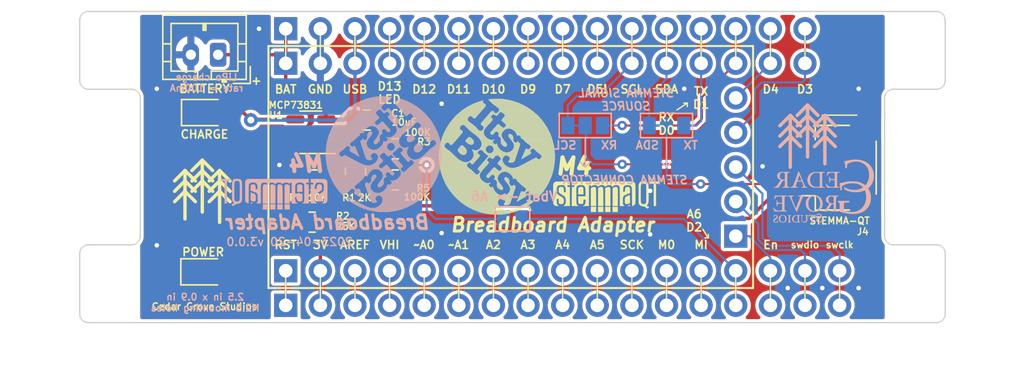
<source format=kicad_pcb>
(kicad_pcb (version 20211014) (generator pcbnew)
  (title_block (title "ItsyBitsy M4 Breadboard Adapter") (date "2023-04-20") (rev "3.0.0") (company "Cedar Grove Studios"))
  (layers (0 "F.Cu" signal) (31 "B.Cu" signal) (34 "B.Paste" user) (35 "F.Paste" user) (36 "B.SilkS" user "B.Silkscreen") (37 "F.SilkS" user "F.Silkscreen") (38 "B.Mask" user) (39 "F.Mask" user) (44 "Edge.Cuts" user))
  (net 0 "")
  (net 1 "GND")
  (net 2 "/SCL")
  (net 3 "/SDA")
  (net 4 "+3V3")
  (net 5 "/Aref")
  (net 6 "/Vhi")
  (net 7 "/~A0")
  (net 8 "/~A1")
  (net 9 "/A2")
  (net 10 "/A3")
  (net 11 "/A4")
  (net 12 "/A5")
  (net 13 "/SCK")
  (net 14 "/MO")
  (net 15 "/MI")
  (net 16 "/D2-A6")
  (net 17 "/En")
  (net 18 "/swdio")
  (net 19 "/swclk")
  (net 20 "/D3")
  (net 21 "/D4")
  (net 22 "/D0-RX")
  (net 23 "/D1-TX")
  (net 24 "/D5!")
  (net 25 "/D7")
  (net 26 "/D9")
  (net 27 "/D10")
  (net 28 "/D11")
  (net 29 "/D12")
  (net 30 "/D13-LED")
  (net 31 "/BAT")
  (net 32 "Net-(D1-Pad1)")
  (net 33 "Net-(D2-Pad2)")
  (net 34 "/~{RST}")
  (net 35 "Net-(JMP3-Pad2)")
  (net 36 "Net-(R1-Pad2)")
  (net 37 "Net-(R4-Pad1)")
  (net 38 "/USB")
  (footprint "Adafruit:Pin_Header_Straight_1x17_Pitch2.54mm_no_silk" (layer "F.Cu") (at 111.76 115.57 90)
    (fp_text reference "J1")
    (fp_text value "EDGE PINS")
    (pad "1" thru_hole rect locked (at 0 0 90) (size 1.7 1.7) (drill 1) (layers *.Cu *.Mask) (net 34 "/~{RST}"))
    (pad "2" thru_hole oval locked (at 0 2.54 90) (size 1.7 1.7) (drill 1) (layers *.Cu *.Mask) (net 4 "+3V3"))
    (pad "3" thru_hole oval locked (at 0 5.08 90) (size 1.7 1.7) (drill 1) (layers *.Cu *.Mask) (net 5 "/Aref"))
    (pad "4" thru_hole oval locked (at 0 7.62 90) (size 1.7 1.7) (drill 1) (layers *.Cu *.Mask) (net 6 "/Vhi"))
    (pad "5" thru_hole oval locked (at 0 10.16 90) (size 1.7 1.7) (drill 1) (layers *.Cu *.Mask) (net 7 "/~A0"))
    (pad "6" thru_hole oval locked (at 0 12.7 90) (size 1.7 1.7) (drill 1) (layers *.Cu *.Mask) (net 8 "/~A1"))
    (pad "7" thru_hole oval locked (at 0 15.24 90) (size 1.7 1.7) (drill 1) (layers *.Cu *.Mask) (net 9 "/A2"))
    (pad "8" thru_hole oval locked (at 0 17.78 90) (size 1.7 1.7) (drill 1) (layers *.Cu *.Mask) (net 10 "/A3"))
    (pad "9" thru_hole oval locked (at 0 20.32 90) (size 1.7 1.7) (drill 1) (layers *.Cu *.Mask) (net 11 "/A4"))
    (pad "10" thru_hole oval locked (at 0 22.86 90) (size 1.7 1.7) (drill 1) (layers *.Cu *.Mask) (net 12 "/A5"))
    (pad "11" thru_hole oval locked (at 0 25.4 90) (size 1.7 1.7) (drill 1) (layers *.Cu *.Mask) (net 13 "/SCK"))
    (pad "12" thru_hole oval locked (at 0 27.94 90) (size 1.7 1.7) (drill 1) (layers *.Cu *.Mask) (net 14 "/MO"))
    (pad "13" thru_hole oval locked (at 0 30.48 90) (size 1.7 1.7) (drill 1) (layers *.Cu *.Mask) (net 15 "/MI"))
    (pad "14" thru_hole oval locked (at 0 33.02 90) (size 1.7 1.7) (drill 1) (layers *.Cu *.Mask) (net 16 "/D2-A6"))
    (pad "15" thru_hole oval locked (at 0 35.56 90) (size 1.7 1.7) (drill 1) (layers *.Cu *.Mask) (net 17 "/En"))
    (pad "16" thru_hole oval locked (at 0 38.1 90) (size 1.7 1.7) (drill 1) (layers *.Cu *.Mask) (net 18 "/swdio"))
    (pad "17" thru_hole oval locked (at 0 40.64 90) (size 1.7 1.7) (drill 1) (layers *.Cu *.Mask) (net 19 "/swclk"))
  )
  (footprint "Adafruit:Pin_Header_Straight_1x16_Pitch2.54mm_no_silk" (layer "F.Cu") (at 111.76 100.33 90)
    (fp_text reference "J2")
    (fp_text value "EDGE PINS")
    (pad "1" thru_hole rect locked (at 0 0 90) (size 1.7 1.7) (drill 1) (layers *.Cu *.Mask) (net 31 "/BAT"))
    (pad "2" thru_hole oval locked (at 0 2.54 90) (size 1.7 1.7) (drill 1) (layers *.Cu *.Mask) (net 1 "GND"))
    (pad "3" thru_hole oval locked (at 0 5.08 90) (size 1.7 1.7) (drill 1) (layers *.Cu *.Mask) (net 38 "/USB"))
    (pad "4" thru_hole oval locked (at 0 7.62 90) (size 1.7 1.7) (drill 1) (layers *.Cu *.Mask) (net 30 "/D13-LED"))
    (pad "5" thru_hole oval locked (at 0 10.16 90) (size 1.7 1.7) (drill 1) (layers *.Cu *.Mask) (net 29 "/D12"))
    (pad "6" thru_hole oval locked (at 0 12.7 90) (size 1.7 1.7) (drill 1) (layers *.Cu *.Mask) (net 28 "/D11"))
    (pad "7" thru_hole oval locked (at 0 15.24 90) (size 1.7 1.7) (drill 1) (layers *.Cu *.Mask) (net 27 "/D10"))
    (pad "8" thru_hole oval locked (at 0 17.78 90) (size 1.7 1.7) (drill 1) (layers *.Cu *.Mask) (net 26 "/D9"))
    (pad "9" thru_hole oval locked (at 0 20.32 90) (size 1.7 1.7) (drill 1) (layers *.Cu *.Mask) (net 25 "/D7"))
    (pad "10" thru_hole oval locked (at 0 22.86 90) (size 1.7 1.7) (drill 1) (layers *.Cu *.Mask) (net 24 "/D5!"))
    (pad "11" thru_hole oval locked (at 0 25.4 90) (size 1.7 1.7) (drill 1) (layers *.Cu *.Mask) (net 2 "/SCL"))
    (pad "12" thru_hole oval locked (at 0 27.94 90) (size 1.7 1.7) (drill 1) (layers *.Cu *.Mask) (net 3 "/SDA"))
    (pad "13" thru_hole oval locked (at 0 30.48 90) (size 1.7 1.7) (drill 1) (layers *.Cu *.Mask) (net 23 "/D1-TX"))
    (pad "14" thru_hole oval locked (at 0 33.02 90) (size 1.7 1.7) (drill 1) (layers *.Cu *.Mask) (net 22 "/D0-RX"))
    (pad "15" thru_hole oval locked (at 0 35.56 90) (size 1.7 1.7) (drill 1) (layers *.Cu *.Mask) (net 21 "/D4"))
    (pad "16" thru_hole oval locked (at 0 38.1 90) (size 1.7 1.7) (drill 1) (layers *.Cu *.Mask) (net 20 "/D3"))
  )
  (footprint "Adafruit:Pin_Header_Straight_1x05_Pitch2.54mm_no_silk" (layer "F.Cu") (at 144.78 113.03 180)
    (fp_text reference "J6")
    (fp_text value "XTRA")
    (pad "1" thru_hole rect locked (at 0 0 180) (size 1.7 1.7) (drill 1) (layers *.Cu *.Mask) (net 17 "/En"))
    (pad "2" thru_hole oval locked (at 0 2.54 180) (size 1.7 1.7) (drill 1) (layers *.Cu *.Mask) (net 18 "/swdio"))
    (pad "3" thru_hole oval locked (at 0 5.08 180) (size 1.7 1.7) (drill 1) (layers *.Cu *.Mask) (net 19 "/swclk"))
    (pad "4" thru_hole oval locked (at 0 7.62 180) (size 1.7 1.7) (drill 1) (layers *.Cu *.Mask) (net 20 "/D3"))
    (pad "5" thru_hole oval locked (at 0 10.16 180) (size 1.7 1.7) (drill 1) (layers *.Cu *.Mask) (net 21 "/D4"))
  )
  (footprint "Connector_JST:JST_PH_B2B-PH-K_1x02_P2.00mm_Vertical" (layer "F.Cu") (at 106.8 99.7 180)
    (fp_text reference "J5" hide)
    (fp_text value "BATTERY" (at 1 -2.5 180) (layer "F.SilkS") (effects (font (size 0.6 0.6) (thickness 0.12))))
    (pad "1" thru_hole roundrect (at 0 0 180) (size 1.2 1.75) (drill 0.75) (layers *.Cu *.Mask) (roundrect_rratio 0.2083333333) (net 31 "/BAT"))
    (pad "2" thru_hole oval (at 2 0 180) (size 1.2 1.75) (drill 0.75) (layers *.Cu *.Mask) (net 1 "GND"))
  )
  (footprint "Adafruit:Pin_Header_Straight_1x17_Pitch2.54mm_no_silk" (layer "F.Cu") (at 111.76 118.11 90)
    (fp_text reference "J7")
    (fp_text value "BODGE PINS")
    (pad "1" thru_hole rect locked (at 0 0 90) (size 1.7 1.7) (drill 1) (layers *.Cu *.Mask) (net 34 "/~{RST}"))
    (pad "2" thru_hole oval locked (at 0 2.54 90) (size 1.7 1.7) (drill 1) (layers *.Cu *.Mask) (net 4 "+3V3"))
    (pad "3" thru_hole oval locked (at 0 5.08 90) (size 1.7 1.7) (drill 1) (layers *.Cu *.Mask) (net 5 "/Aref"))
    (pad "4" thru_hole oval locked (at 0 7.62 90) (size 1.7 1.7) (drill 1) (layers *.Cu *.Mask) (net 6 "/Vhi"))
    (pad "5" thru_hole oval locked (at 0 10.16 90) (size 1.7 1.7) (drill 1) (layers *.Cu *.Mask) (net 7 "/~A0"))
    (pad "6" thru_hole oval locked (at 0 12.7 90) (size 1.7 1.7) (drill 1) (layers *.Cu *.Mask) (net 8 "/~A1"))
    (pad "7" thru_hole oval locked (at 0 15.24 90) (size 1.7 1.7) (drill 1) (layers *.Cu *.Mask) (net 9 "/A2"))
    (pad "8" thru_hole oval locked (at 0 17.78 90) (size 1.7 1.7) (drill 1) (layers *.Cu *.Mask) (net 10 "/A3"))
    (pad "9" thru_hole oval locked (at 0 20.32 90) (size 1.7 1.7) (drill 1) (layers *.Cu *.Mask) (net 11 "/A4"))
    (pad "10" thru_hole oval locked (at 0 22.86 90) (size 1.7 1.7) (drill 1) (layers *.Cu *.Mask) (net 12 "/A5"))
    (pad "11" thru_hole oval locked (at 0 25.4 90) (size 1.7 1.7) (drill 1) (layers *.Cu *.Mask) (net 13 "/SCK"))
    (pad "12" thru_hole oval locked (at 0 27.94 90) (size 1.7 1.7) (drill 1) (layers *.Cu *.Mask) (net 14 "/MO"))
    (pad "13" thru_hole oval locked (at 0 30.48 90) (size 1.7 1.7) (drill 1) (layers *.Cu *.Mask) (net 15 "/MI"))
    (pad "14" thru_hole oval locked (at 0 33.02 90) (size 1.7 1.7) (drill 1) (layers *.Cu *.Mask) (net 16 "/D2-A6"))
    (pad "15" thru_hole oval locked (at 0 35.56 90) (size 1.7 1.7) (drill 1) (layers *.Cu *.Mask) (net 17 "/En"))
    (pad "16" thru_hole oval locked (at 0 38.1 90) (size 1.7 1.7) (drill 1) (layers *.Cu *.Mask) (net 18 "/swdio"))
    (pad "17" thru_hole oval locked (at 0 40.64 90) (size 1.7 1.7) (drill 1) (layers *.Cu *.Mask) (net 19 "/swclk"))
  )
  (footprint "Adafruit:Pin_Header_Straight_1x16_Pitch2.54mm_no_silk" (layer "F.Cu") (at 111.76 97.79 90)
    (fp_text reference "J8")
    (fp_text value "EDGE PINS")
    (pad "1" thru_hole rect locked (at 0 0 90) (size 1.7 1.7) (drill 1) (layers *.Cu *.Mask) (net 31 "/BAT"))
    (pad "2" thru_hole oval locked (at 0 2.54 90) (size 1.7 1.7) (drill 1) (layers *.Cu *.Mask) (net 1 "GND"))
    (pad "3" thru_hole oval locked (at 0 5.08 90) (size 1.7 1.7) (drill 1) (layers *.Cu *.Mask) (net 38 "/USB"))
    (pad "4" thru_hole oval locked (at 0 7.62 90) (size 1.7 1.7) (drill 1) (layers *.Cu *.Mask) (net 30 "/D13-LED"))
    (pad "5" thru_hole oval locked (at 0 10.16 90) (size 1.7 1.7) (drill 1) (layers *.Cu *.Mask) (net 29 "/D12"))
    (pad "6" thru_hole oval locked (at 0 12.7 90) (size 1.7 1.7) (drill 1) (layers *.Cu *.Mask) (net 28 "/D11"))
    (pad "7" thru_hole oval locked (at 0 15.24 90) (size 1.7 1.7) (drill 1) (layers *.Cu *.Mask) (net 27 "/D10"))
    (pad "8" thru_hole oval locked (at 0 17.78 90) (size 1.7 1.7) (drill 1) (layers *.Cu *.Mask) (net 26 "/D9"))
    (pad "9" thru_hole oval locked (at 0 20.32 90) (size 1.7 1.7) (drill 1) (layers *.Cu *.Mask) (net 25 "/D7"))
    (pad "10" thru_hole oval locked (at 0 22.86 90) (size 1.7 1.7) (drill 1) (layers *.Cu *.Mask) (net 24 "/D5!"))
    (pad "11" thru_hole oval locked (at 0 25.4 90) (size 1.7 1.7) (drill 1) (layers *.Cu *.Mask) (net 2 "/SCL"))
    (pad "12" thru_hole oval locked (at 0 27.94 90) (size 1.7 1.7) (drill 1) (layers *.Cu *.Mask) (net 3 "/SDA"))
    (pad "13" thru_hole oval locked (at 0 30.48 90) (size 1.7 1.7) (drill 1) (layers *.Cu *.Mask) (net 23 "/D1-TX"))
    (pad "14" thru_hole oval locked (at 0 33.02 90) (size 1.7 1.7) (drill 1) (layers *.Cu *.Mask) (net 22 "/D0-RX"))
    (pad "15" thru_hole oval locked (at 0 35.56 90) (size 1.7 1.7) (drill 1) (layers *.Cu *.Mask) (net 21 "/D4"))
    (pad "16" thru_hole oval locked (at 0 38.1 90) (size 1.7 1.7) (drill 1) (layers *.Cu *.Mask) (net 20 "/D3"))
  )
  (footprint "Capacitor_SMD:C_0805_2012Metric" (layer "F.Cu") (at 117.7 104.5)
    (fp_text reference "C1" (at 2.3 -0.5) (layer "F.SilkS") (effects (font (size 0.5 0.5) (thickness 0.1))))
    (fp_text value "10uF" (at 2.75 0.15) (layer "F.SilkS") (effects (font (size 0.5 0.5) (thickness 0.1))))
    (pad "1" smd roundrect (at -0.95 0) (size 1 1.45) (layers "F.Cu" "F.Paste" "F.Mask") (net 31 "/BAT"))
    (pad "2" smd roundrect (at 0.95 0) (size 1 1.45) (layers "F.Cu" "F.Paste" "F.Mask") (net 1 "GND"))
  )
  (footprint "LED_SMD:LED_0805_2012Metric" (layer "F.Cu") (at 105.8 103.95)
    (fp_text reference "D1" hide)
    (fp_text value "CHARGE" (at 0 1.6) (layer "F.SilkS") (effects (font (size 0.6 0.6) (thickness 0.12))))
    (pad "1" smd roundrect (at -0.9375 0) (size 0.975 1.4) (layers "F.Cu" "F.Paste" "F.Mask") (net 32 "Net-(D1-Pad1)"))
    (pad "2" smd roundrect (at 0.9375 0) (size 0.975 1.4) (layers "F.Cu" "F.Paste" "F.Mask") (net 38 "/USB"))
  )
  (footprint "LED_SMD:LED_0805_2012Metric" (layer "F.Cu") (at 105.75 115.65)
    (fp_text reference "D2" hide)
    (fp_text value "POWER" (at -0.05 -1.45) (layer "F.SilkS") (effects (font (size 0.6 0.6) (thickness 0.12))))
    (pad "1" smd roundrect (at -0.9375 0) (size 0.975 1.4) (layers "F.Cu" "F.Paste" "F.Mask") (net 1 "GND"))
    (pad "2" smd roundrect (at 0.9375 0) (size 0.975 1.4) (layers "F.Cu" "F.Paste" "F.Mask") (net 33 "Net-(D2-Pad2)"))
  )
  (footprint "Resistor_SMD:R_0805_2012Metric" (layer "F.Cu") (at 116.879 108.265 90)
    (fp_text reference "R1" (at -1.935 -0.479 180) (layer "F.SilkS") (effects (font (size 0.5 0.5) (thickness 0.1))))
    (fp_text value "2K" (at -1.935 0.671 180) (layer "F.SilkS") (effects (font (size 0.5 0.5) (thickness 0.1))))
    (pad "1" smd roundrect (at -0.9125 0 90) (size 1.025 1.4) (layers "F.Cu" "F.Paste" "F.Mask") (roundrect_rratio 0.243902439) (net 32 "Net-(D1-Pad1)"))
    (pad "2" smd roundrect (at 0.9125 0 90) (size 1.025 1.4) (layers "F.Cu" "F.Paste" "F.Mask") (roundrect_rratio 0.243902439) (net 36 "Net-(R1-Pad2)"))
  )
  (footprint "Resistor_SMD:R_0805_2012Metric" (layer "F.Cu") (at 113.7 112 180)
    (fp_text reference "R2" (at -2.25 0.45 180) (layer "F.SilkS") (effects (font (size 0.5 0.5) (thickness 0.1))))
    (fp_text value "25K" (at -2.45 -0.3 180) (layer "F.SilkS") (effects (font (size 0.5 0.5) (thickness 0.1))))
    (pad "1" smd roundrect (at -0.9125 0 180) (size 1.025 1.4) (layers "F.Cu" "F.Paste" "F.Mask") (roundrect_rratio 0.243902439) (net 4 "+3V3"))
    (pad "2" smd roundrect (at 0.9125 0 180) (size 1.025 1.4) (layers "F.Cu" "F.Paste" "F.Mask") (roundrect_rratio 0.243902439) (net 33 "Net-(D2-Pad2)"))
  )
  (footprint "Resistor_SMD:R_0805_2012Metric" (layer "F.Cu") (at 119.8 106.614)
    (fp_text reference "R3" (at 2.1 -0.514) (layer "F.SilkS") (effects (font (size 0.5 0.5) (thickness 0.1))))
    (fp_text value "100K" (at 1.65 -1.214) (layer "F.SilkS") (effects (font (size 0.5 0.5) (thickness 0.1))))
    (pad "1" smd roundrect (at -0.9125 0) (size 1.025 1.4) (layers "F.Cu" "F.Paste" "F.Mask") (roundrect_rratio 0.243902439) (net 31 "/BAT"))
    (pad "2" smd roundrect (at 0.9125 0) (size 1.025 1.4) (layers "F.Cu" "F.Paste" "F.Mask") (roundrect_rratio 0.243902439) (net 35 "Net-(JMP3-Pad2)"))
  )
  (footprint "Resistor_SMD:R_0805_2012Metric" (layer "F.Cu") (at 113.831 108.9)
    (fp_text reference "R4" (at -1.331 1.3) (layer "F.SilkS") (effects (font (size 0.5 0.5) (thickness 0.1))))
    (fp_text value "10K" (at 0.269 1.3) (layer "F.SilkS") (effects (font (size 0.5 0.5) (thickness 0.1))))
    (pad "1" smd roundrect (at -0.9125 0) (size 1.025 1.4) (layers "F.Cu" "F.Paste" "F.Mask") (roundrect_rratio 0.243902439) (net 37 "Net-(R4-Pad1)"))
    (pad "2" smd roundrect (at 0.9125 0) (size 1.025 1.4) (layers "F.Cu" "F.Paste" "F.Mask") (roundrect_rratio 0.243902439) (net 1 "GND"))
  )
  (footprint "Resistor_SMD:R_0805_2012Metric" (layer "F.Cu") (at 119.8 108.9 180)
    (fp_text reference "R5" (at -2.05 -0.6 180) (layer "F.SilkS") (effects (font (size 0.5 0.5) (thickness 0.1))))
    (fp_text value "100K" (at -1.6 -1.25 180) (layer "F.SilkS") (effects (font (size 0.5 0.5) (thickness 0.1))))
    (pad "1" smd roundrect (at -0.9125 0 180) (size 1.025 1.4) (layers "F.Cu" "F.Paste" "F.Mask") (roundrect_rratio 0.243902439) (net 35 "Net-(JMP3-Pad2)"))
    (pad "2" smd roundrect (at 0.9125 0 180) (size 1.025 1.4) (layers "F.Cu" "F.Paste" "F.Mask") (roundrect_rratio 0.243902439) (net 1 "GND"))
  )
  (footprint "Package_TO_SOT_SMD:SOT-23-5" (layer "F.Cu") (at 113.6 105.4 180)
    (fp_text reference "U1" (at 2.55 1.25 180) (layer "F.SilkS") (effects (font (size 0.5 0.5) (thickness 0.1))))
    (fp_text value "MCP73831" (at 1.1 2 180) (layer "F.SilkS") (effects (font (size 0.5 0.5) (thickness 0.1))))
    (pad "1" smd roundrect (at -1.1375 -0.95 180) (size 1.325 0.6) (layers "F.Cu" "F.Paste" "F.Mask") (net 36 "Net-(R1-Pad2)"))
    (pad "2" smd roundrect (at -1.1375 0 180) (size 1.325 0.6) (layers "F.Cu" "F.Paste" "F.Mask") (net 1 "GND"))
    (pad "3" smd roundrect (at -1.1375 0.95 180) (size 1.325 0.6) (layers "F.Cu" "F.Paste" "F.Mask") (net 31 "/BAT"))
    (pad "4" smd roundrect (at 1.1375 0.95 180) (size 1.325 0.6) (layers "F.Cu" "F.Paste" "F.Mask") (net 38 "/USB"))
    (pad "5" smd roundrect (at 1.1375 -0.95 180) (size 1.325 0.6) (layers "F.Cu" "F.Paste" "F.Mask") (net 37 "Net-(R4-Pad1)"))
  )
  (footprint "Adafruit_MPU_boards:ItsyBitsy_logo" (layer "F.Cu") (at 127.5 107.4)
    (fp_text reference "logo" hide)
    (fp_text value "" hide)
  )
  (footprint "MountingHole:MountingHole_2.5mm" (layer "F.Cu") (at 157.9 99.4)
    (fp_text reference "REF**" hide)
    (fp_text value "MountingHole_2.5mm")
    (pad "" np_thru_hole circle locked (at 0 0) (size 2.5 2.5) (drill 2.5) (layers *.Cu *.Mask))
    (pad "" np_thru_hole circle locked (at 0 0) (size 2.5 2.5) (drill 2.5) (layers *.Cu *.Mask))
  )
  (footprint "MountingHole:MountingHole_2.5mm" (layer "F.Cu") (at 98.85 99.4)
    (fp_text reference "REF**" hide)
    (fp_text value "MountingHole_2.5mm")
    (pad "" np_thru_hole circle locked (at 0 0) (size 2.5 2.5) (drill 2.5) (layers *.Cu *.Mask))
    (pad "" np_thru_hole circle locked (at 0 0) (size 2.5 2.5) (drill 2.5) (layers *.Cu *.Mask))
  )
  (footprint "MountingHole:MountingHole_2.5mm" (layer "F.Cu") (at 98.85 116.55)
    (fp_text reference "REF**" hide)
    (fp_text value "MountingHole_2.5mm")
    (pad "" np_thru_hole circle locked (at 0 0) (size 2.5 2.5) (drill 2.5) (layers *.Cu *.Mask))
    (pad "" np_thru_hole circle locked (at 0 0) (size 2.5 2.5) (drill 2.5) (layers *.Cu *.Mask))
  )
  (footprint "MountingHole:MountingHole_2.5mm" (layer "F.Cu") (at 157.9 116.6)
    (fp_text reference "REF**" hide)
    (fp_text value "MountingHole_2.5mm")
    (pad "" np_thru_hole circle locked (at 0 0) (size 2.5 2.5) (drill 2.5) (layers *.Cu *.Mask))
    (pad "" np_thru_hole circle locked (at 0 0) (size 2.5 2.5) (drill 2.5) (layers *.Cu *.Mask))
  )
  (footprint "CedarGrove_custom:STEMMA-QT_LOGO_8x2_5mm" (layer "F.Cu") (at 135.3 110.15)
    (fp_text reference "G***" hide)
    (fp_text value "LOGO" hide)
  )
  (footprint "Connector_JST:JST_SH_SM04B-SRSS-TB_1x04-1MP_P1.00mm_Horizontal" (layer "F.Cu") (at 152.4 108 90)
    (fp_text reference "J4" (at -4.7 1.7 180) (layer "F.SilkS") (effects (font (size 0.5 0.5) (thickness 0.1))))
    (fp_text value "STEMMA-QT" (at -3.9 0 180) (layer "F.SilkS") (effects (font (size 0.5 0.5) (thickness 0.1))))
    (pad "1" smd roundrect (at -1.5 -2 90) (size 0.6 1.55) (layers "F.Cu" "F.Paste" "F.Mask") (net 1 "GND"))
    (pad "2" smd roundrect (at -0.5 -2 90) (size 0.6 1.55) (layers "F.Cu" "F.Paste" "F.Mask") (net 4 "+3V3"))
    (pad "3" smd roundrect (at 0.5 -2 90) (size 0.6 1.55) (layers "F.Cu" "F.Paste" "F.Mask") (net 3 "/SDA"))
    (pad "4" smd roundrect (at 1.5 -2 90) (size 0.6 1.55) (layers "F.Cu" "F.Paste" "F.Mask") (net 2 "/SCL"))
    (pad "MP" smd roundrect (at 2.8 1.875 90) (size 1.2 1.8) (layers "F.Cu" "F.Paste" "F.Mask") (roundrect_rratio 0.2083333333))
    (pad "MP" smd roundrect (at -2.8 1.875 90) (size 1.2 1.8) (layers "F.Cu" "F.Paste" "F.Mask") (roundrect_rratio 0.2083333333))
  )
  (footprint "Connectors:GS3" (layer "B.Cu") (at 133.731 104.902 -90)
    (fp_text reference "JMP1")
    (fp_text value "SCL_RX")
    (pad "1" smd rect locked (at 0 1.27 270) (size 1.27 0.97) (layers "B.Cu" "B.Paste" "B.Mask") (net 2 "/SCL"))
    (pad "2" smd rect locked (at 0 0 270) (size 1.27 0.97) (layers "B.Cu" "B.Paste" "B.Mask") (net 2 "/SCL"))
    (pad "3" smd rect locked (at 0 -1.27 270) (size 1.27 0.97) (layers "B.Cu" "B.Paste" "B.Mask") (net 22 "/D0-RX"))
  )
  (footprint "Connectors:GS2" (layer "B.Cu") (at 128.397 111.76 90)
    (fp_text reference "JMP3")
    (fp_text value "Vbat -> A6" (at 1.651 0.127) (layer "B.SilkS") (effects (font (size 0.7 0.7) (thickness 0.14)) (justify mirror)))
    (pad "1" smd rect locked (at 0 0.64 90) (size 1.27 0.97) (layers "B.Cu" "B.Paste" "B.Mask") (net 16 "/D2-A6"))
    (pad "2" smd rect locked (at 0 -0.64 90) (size 1.27 0.97) (layers "B.Cu" "B.Paste" "B.Mask") (net 35 "Net-(JMP3-Pad2)"))
  )
  (footprint "Connectors:GS3" (layer "B.Cu") (at 139.7 104.902 -90)
    (fp_text reference "JMP2")
    (fp_text value "SDA_TX")
    (pad "1" smd rect locked (at 0 1.27 270) (size 1.27 0.97) (layers "B.Cu" "B.Paste" "B.Mask") (net 3 "/SDA"))
    (pad "2" smd rect locked (at 0 0 270) (size 1.27 0.97) (layers "B.Cu" "B.Paste" "B.Mask") (net 3 "/SDA"))
    (pad "3" smd rect locked (at 0 -1.27 270) (size 1.27 0.97) (layers "B.Cu" "B.Paste" "B.Mask") (net 23 "/D1-TX"))
  )
  (footprint "Adafruit_MPU_boards:ItsyBitsy_logo" (layer "B.Cu") (at 118.706591 107.211658 180)
    (fp_text reference "logo" hide)
    (fp_text value "" hide)
  )
  (footprint "CedarGrove_custom:CedarGroveStudios_TEXT_LOGO_8x5_4mm" (layer "B.Cu") (at 151.15 109.7 180)
    (fp_text reference "G***" hide)
    (fp_text value "LOGO" hide)
  )
  (footprint "CedarGrove_custom:STEMMA-QT_LOGO_8x2_5mm" (layer "B.Cu") (at 110.906591 109.961658 180)
    (fp_text reference "G***" hide)
    (fp_text value "LOGO" hide)
  )
  (gr_line (start 148.78 104.157) (end 149.542 104.919) (layer "B.SilkS") (width 0.25))
  (gr_line (start 148.78 105.681) (end 148.018 106.443) (layer "B.SilkS") (width 0.25))
  (gr_line (start 148.78 104.919) (end 148.018 105.681) (layer "B.SilkS") (width 0.25))
  (gr_line (start 148.78 104.157) (end 148.018 104.919) (layer "B.SilkS") (width 0.25))
  (gr_line (start 148.78 107.967) (end 148.78 104.157) (layer "B.SilkS") (width 0.25))
  (gr_line (start 148.78 104.919) (end 149.542 105.681) (layer "B.SilkS") (width 0.25))
  (gr_line (start 148.78 105.681) (end 149.542 106.443) (layer "B.SilkS") (width 0.25))
  (gr_line (start 150.05 103.395) (end 149.288 104.157) (layer "B.SilkS") (width 0.25))
  (gr_line (start 150.05 107.205) (end 150.05 103.395) (layer "B.SilkS") (width 0.25))
  (gr_line (start 150.05 104.919) (end 149.288 105.681) (layer "B.SilkS") (width 0.25))
  (gr_line (start 150.05 104.157) (end 150.812 104.919) (layer "B.SilkS") (width 0.25))
  (gr_line (start 150.05 103.395) (end 150.812 104.157) (layer "B.SilkS") (width 0.25))
  (gr_line (start 150.05 104.919) (end 150.812 105.681) (layer "B.SilkS") (width 0.25))
  (gr_line (start 150.05 104.157) (end 149.288 104.919) (layer "B.SilkS") (width 0.25))
  (gr_line (start 139.7 107.95) (end 140.081 107.569) (layer "B.SilkS") (width 0.1))
  (gr_line (start 139.7 105.791) (end 139.7 107.95) (layer "B.SilkS") (width 0.1))
  (gr_line (start 139.7 107.95) (end 139.319 107.569) (layer "B.SilkS") (width 0.1))
  (gr_line (start 151.32 107.713) (end 151.32 104.157) (layer "B.SilkS") (width 0.25))
  (gr_line (start 133.731 105.791) (end 133.731 107.95) (layer "B.SilkS") (width 0.1))
  (gr_line (start 151.32 104.919) (end 150.558 105.681) (layer "B.SilkS") (width 0.25))
  (gr_line (start 151.32 104.157) (end 150.558 104.919) (layer "B.SilkS") (width 0.25))
  (gr_line (start 151.32 104.157) (end 152.082 104.919) (layer "B.SilkS") (width 0.25))
  (gr_line (start 133.731 107.95) (end 133.35 107.569) (layer "B.SilkS") (width 0.1))
  (gr_line (start 151.32 105.681) (end 152.082 106.443) (layer "B.SilkS") (width 0.25))
  (gr_line (start 133.731 107.95) (end 134.112 107.569) (layer "B.SilkS") (width 0.1))
  (gr_line (start 151.32 104.919) (end 152.082 105.681) (layer "B.SilkS") (width 0.25))
  (gr_line (start 151.32 105.681) (end 150.558 106.443) (layer "B.SilkS") (width 0.25))
  (gr_line (start 103.607 108.969) (end 104.369 108.207) (layer "F.SilkS") (width 0.25))
  (gr_line (start 104.877 109.731) (end 105.639 108.969) (layer "F.SilkS") (width 0.25))
  (gr_line (start 147.32 118.11) (end 147.32 115.57) (layer "F.SilkS") (width 0.1))
  (gr_line (start 124.46 100.33) (end 124.46 97.79) (layer "F.SilkS") (width 0.1))
  (gr_line (start 151.13 104.14) (end 153.67 104.14) (layer "F.SilkS") (width 0.1))
  (gr_line (start 140.462 103.759) (end 141.224 103.251) (layer "F.SilkS") (width 0.1))
  (gr_line (start 119.38 115.57) (end 119.38 118.11) (layer "F.SilkS") (width 0.1))
  (gr_line (start 139.7 115.57) (end 139.7 118.11) (layer "F.SilkS") (width 0.1))
  (gr_line (start 141.224 103.251) (end 141.224 103.505) (layer "F.SilkS") (width 0.1))
  (gr_line (start 142.24 100.33) (end 142.24 97.79) (layer "F.SilkS") (width 0.1))
  (gr_line (start 144.78 115.57) (end 144.78 118.11) (layer "F.SilkS") (width 0.1))
  (gr_line (start 139.7 100.33) (end 139.7 97.79) (layer "F.SilkS") (width 0.1))
  (gr_line (start 119.38 100.33) (end 119.38 97.79) (layer "F.SilkS") (width 0.1))
  (gr_line (start 132.08 115.57) (end 132.08 118.11) (layer "F.SilkS") (width 0.1))
  (gr_line (start 105.131 110.493) (end 104.369 109.731) (layer "F.SilkS") (width 0.25))
  (gr_line (start 141.224 103.251) (end 140.97 103.251) (layer "F.SilkS") (width 0.1))
  (gr_line (start 121.92 115.57) (end 121.92 118.11) (layer "F.SilkS") (width 0.1))
  (gr_line (start 106.909 108.207) (end 106.909 112.017) (layer "F.SilkS") (width 0.25))
  (gr_line (start 107.671 108.969) (end 106.909 108.207) (layer "F.SilkS") (width 0.25))
  (gr_line (start 110.49 116.84) (end 146.05 116.84) (layer "F.SilkS") (width 0.15))
  (gr_line (start 106.147 108.969) (end 106.909 108.207) (layer "F.SilkS") (width 0.25))
  (gr_line (start 129.54 115.57) (end 129.54 118.11) (layer "F.SilkS") (width 0.1))
  (gr_line (start 111.76 100.33) (end 111.76 97.79) (layer "F.SilkS") (width 0.1))
  (gr_line (start 134.62 115.57) (end 134.62 118.11) (layer "F.SilkS") (width 0.1))
  (gr_line (start 105.131 108.969) (end 104.369 108.207) (layer "F.SilkS") (width 0.25))
  (gr_line (start 105.131 109.731) (end 104.369 108.969) (layer "F.SilkS") (width 0.25))
  (gr_line (start 107.671 110.493) (end 106.909 109.731) (layer "F.SilkS") (width 0.25))
  (gr_line (start 146.05 116.84) (end 146.05 99.06) (layer "F.SilkS") (width 0.15))
  (gr_line (start 114.3 115.57) (end 114.3 118.11) (layer "F.SilkS") (width 0.1))
  (gr_line (start 142.367 112.522) (end 142.748 113.157) (layer "F.SilkS") (width 0.1))
  (gr_line (start 124.46 115.57) (end 124.46 118.11) (layer "F.SilkS") (width 0.1))
  (gr_line (start 106.147 109.731) (end 106.909 108.969) (layer "F.SilkS") (width 0.25))
  (gr_line (start 121.92 100.33) (end 121.92 97.79) (layer "F.SilkS") (width 0.1))
  (gr_line (start 146.05 99.06) (end 110.49 99.06) (layer "F.SilkS") (width 0.15))
  (gr_line (start 106.401 108.969) (end 105.639 108.207) (layer "F.SilkS") (width 0.25))
  (gr_line (start 105.639 107.445) (end 105.639 111.255) (layer "F.SilkS") (width 0.25))
  (gr_line (start 114.3 100.33) (end 114.3 97.79) (layer "F.SilkS") (width 0.1))
  (gr_line (start 152.4 118.11) (end 152.4 115.57) (layer "F.SilkS") (width 0.1))
  (gr_line (start 127 100.33) (end 127 97.79) (layer "F.SilkS") (width 0.1))
  (gr_line (start 106.401 108.207) (end 105.639 107.445) (layer "F.SilkS") (width 0.25))
  (gr_line (start 103.607 109.731) (end 104.369 108.969) (layer "F.SilkS") (width 0.25))
  (gr_line (start 127 115.57) (end 127 118.11) (layer "F.SilkS") (width 0.1))
  (gr_line (start 149.86 118.11) (end 149.86 115.57) (layer "F.SilkS") (width 0.1))
  (gr_line (start 142.24 115.57) (end 142.24 118.11) (layer "F.SilkS") (width 0.1))
  (gr_line (start 147.32 100.33) (end 147.32 97.79) (layer "F.SilkS") (width 0.1))
  (gr_line (start 116.84 100.33) (end 116.84 97.79) (layer "F.SilkS") (width 0.1))
  (gr_line (start 107.671 109.731) (end 106.909 108.969) (layer "F.SilkS") (width 0.25))
  (gr_line (start 104.369 108.207) (end 104.369 111.763) (layer "F.SilkS") (width 0.25))
  (gr_line (start 134.62 100.33) (end 134.62 97.79) (layer "F.SilkS") (width 0.1))
  (gr_line (start 149.86 100.33) (end 149.86 97.79) (layer "F.SilkS") (width 0.1))
  (gr_line (start 104.877 108.969) (end 105.639 108.207) (layer "F.SilkS") (width 0.25))
  (gr_line (start 106.147 110.493) (end 106.909 109.731) (layer "F.SilkS") (width 0.25))
  (gr_line (start 116.84 115.57) (end 116.84 118.11) (layer "F.SilkS") (width 0.1))
  (gr_line (start 106.401 109.731) (end 105.639 108.969) (layer "F.SilkS") (width 0.25))
  (gr_line (start 129.54 100.33) (end 129.54 97.79) (layer "F.SilkS") (width 0.1))
  (gr_line (start 137.16 100.33) (end 137.16 97.79) (layer "F.SilkS") (width 0.1))
  (gr_line (start 137.16 115.57) (end 137.16 118.11) (layer "F.SilkS") (width 0.1))
  (gr_line (start 110.49 116.84) (end 110.49 99.06) (layer "F.SilkS") (width 0.15))
  (gr_line (start 104.877 108.207) (end 105.639 107.445) (layer "F.SilkS") (width 0.25))
  (gr_line (start 142.771468 113.153636) (end 142.771468 112.899636) (layer "F.SilkS") (width 0.1))
  (gr_line (start 103.607 110.493) (end 104.369 109.731) (layer "F.SilkS") (width 0.25))
  (gr_line (start 132.08 100.33) (end 132.08 97.79) (layer "F.SilkS") (width 0.1))
  (gr_line (start 144.78 100.33) (end 144.78 97.79) (layer "F.SilkS") (width 0.1))
  (gr_line (start 111.76 115.57) (end 111.76 118.11) (layer "F.SilkS") (width 0.1))
  (gr_line (start 142.771468 113.153636) (end 142.517468 113.153636) (layer "F.SilkS") (width 0.1))
  (gr_line (start 97.282 96.52) (end 159.512 96.52) (layer "Edge.Cuts") (width 0.1))
  (gr_arc (start 96.647 97.155) (mid 96.832987 96.705987) (end 97.282 96.52) (layer "Edge.Cuts") (width 0.1))
  (gr_arc (start 97.282 119.38) (mid 96.832987 119.194013) (end 96.647 118.745) (layer "Edge.Cuts") (width 0.1))
  (gr_arc (start 97.282 102.235) (mid 96.832987 102.049013) (end 96.647 101.6) (layer "Edge.Cuts") (width 0.1))
  (gr_arc (start 96.647 114.3) (mid 96.832987 113.850987) (end 97.282 113.665) (layer "Edge.Cuts") (width 0.1))
  (gr_line (start 96.647 118.745) (end 96.647 114.3) (layer "Edge.Cuts") (width 0.1))
  (gr_line (start 101.092 113.03) (end 101.092 102.87) (layer "Edge.Cuts") (width 0.1))
  (gr_arc (start 100.457 102.235) (mid 100.906013 102.420987) (end 101.092 102.87) (layer "Edge.Cuts") (width 0.1))
  (gr_arc (start 101.092 113.03) (mid 100.906013 113.479013) (end 100.457 113.665) (layer "Edge.Cuts") (width 0.1))
  (gr_line (start 97.282 102.235) (end 100.457 102.235) (layer "Edge.Cuts") (width 0.1))
  (gr_line (start 97.282 113.665) (end 100.457 113.665) (layer "Edge.Cuts") (width 0.1))
  (gr_line (start 97.282 119.38) (end 159.512 119.38) (layer "Edge.Cuts") (width 0.1))
  (gr_line (start 96.647 101.6) (end 96.647 97.155) (layer "Edge.Cuts") (width 0.1))
  (gr_line (start 160.147 101.6) (end 160.147 97.155) (layer "Edge.Cuts") (width 0.1))
  (gr_arc (start 159.512 113.665) (mid 159.961013 113.850987) (end 160.147 114.3) (layer "Edge.Cuts") (width 0.1))
  (gr_arc (start 159.512 96.52) (mid 159.961013 96.705987) (end 160.147 97.155) (layer "Edge.Cuts") (width 0.1))
  (gr_line (start 159.512 113.665) (end 156.337 113.665) (layer "Edge.Cuts") (width 0.1))
  (gr_arc (start 155.702 102.87) (mid 155.887987 102.420987) (end 156.337 102.235) (layer "Edge.Cuts") (width 0.1))
  (gr_line (start 159.512 102.235) (end 156.337 102.235) (layer "Edge.Cuts") (width 0.1))
  (gr_line (start 155.702 102.87) (end 155.702 113.03) (layer "Edge.Cuts") (width 0.1))
  (gr_arc (start 160.147 118.745) (mid 159.961013 119.194013) (end 159.512 119.38) (layer "Edge.Cuts") (width 0.1))
  (gr_arc (start 156.337 113.665) (mid 155.887987 113.479013) (end 155.702 113.03) (layer "Edge.Cuts") (width 0.1))
  (gr_arc (start 160.147 101.6) (mid 159.961013 102.049013) (end 159.512 102.235) (layer "Edge.Cuts") (width 0.1))
  (gr_line (start 160.147 118.745) (end 160.147 114.3) (layer "Edge.Cuts") (width 0.1))
  (gr_text "2023-04-20 v3.0.0" (at 107.35 113.45) (layer "B.SilkS") (effects (font (size 0.6 0.6) (thickness 0.1)) (justify right mirror)))
  (gr_text "2.5 in x 0.9 in\nM2.5 mounting holes" (at 105.85 117.9) (layer "B.SilkS") (effects (font (size 0.5 0.5) (thickness 0.1)) (justify mirror)))
  (gr_text "LiPo charge\nrate = 100mA" (at 105.95 101.75) (layer "B.SilkS") (effects (font (size 0.5 0.5) (thickness 0.1)) (justify mirror)))
  (gr_text "RX    SCL" (at 133.75 106.35) (layer "B.SilkS") (effects (font (size 0.6 0.6) (thickness 0.12)) (justify mirror)))
  (gr_text "STEMMA SIGNAL\nSOURCE" (at 136.75 103) (layer "B.SilkS") (effects (font (size 0.6 0.6) (thickness 0.12) italic) (justify mirror)))
  (gr_text "STEMMA CONNECTOR" (at 136.65 108.9) (layer "B.SilkS") (effects (font (size 0.6 0.6) (thickness 0.12) italic) (justify mirror)))
  (gr_text "Breadboard Adapter" (at 114.856591 112.011658) (layer "B.SilkS") (effects (font (size 1 1) (thickness 0.22) italic) (justify mirror)))
  (gr_text "M4" (at 113.306591 107.711658) (layer "B.SilkS") (effects (font (size 1.2 1.2) (thickness 0.3) italic) (justify mirror)))
  (gr_text "TX    SDA" (at 139.719 106.35) (layer "B.SilkS") (effects (font (size 0.6 0.6) (thickness 0.12)) (justify mirror)))
  (gr_text "Cedar Grove Studios" (at 105.8 118.2) (layer "F.SilkS") (effects (font (size 0.5 0.5) (thickness 0.1))))
  (gr_text "swdio" (at 149.86 113.665) (layer "F.SilkS") (effects (font (size 0.5 0.5) (thickness 0.1))))
  (gr_text "swclk" (at 152.4 113.665) (layer "F.SilkS") (effects (font (size 0.5 0.5) (thickness 0.1))))
  (gr_text "D4" (at 147.3454 102.235) (layer "F.SilkS") (effects (font (size 0.6 0.6) (thickness 0.12))))
  (gr_text "D3" (at 149.86 102.235) (layer "F.SilkS") (effects (font (size 0.6 0.6) (thickness 0.12))))
  (gr_text "TX\nD1" (at 142.24 102.87) (layer "F.SilkS") (effects (font (size 0.6 0.6) (thickness 0.12))))
  (gr_text "SDA" (at 139.7 102.235) (layer "F.SilkS") (effects (font (size 0.6 0.6) (thickness 0.12))))
  (gr_text "SCL" (at 137.16 102.235) (layer "F.SilkS") (effects (font (size 0.6 0.6) (thickness 0.12))))
  (gr_text "D5!" (at 134.62 102.235) (layer "F.SilkS") (effects (font (size 0.6 0.6) (thickness 0.12))))
  (gr_text "D7" (at 132.08 102.235) (layer "F.SilkS") (effects (font (size 0.6 0.6) (thickness 0.12))))
  (gr_text "D9" (at 129.54 102.235) (layer "F.SilkS") (effects (font (size 0.6 0.6) (thickness 0.12))))
  (gr_text "D10" (at 127 102.235) (layer "F.SilkS") (effects (font (size 0.6 0.6) (thickness 0.12))))
  (gr_text "D11" (at 124.46 102.235) (layer "F.SilkS") (effects (font (size 0.6 0.6) (thickness 0.12))))
  (gr_text "D12" (at 121.92 102.235) (layer "F.SilkS") (effects (font (size 0.6 0.6) (thickness 0.12))))
  (gr_text "D13\nLED" (at 119.38 102.5) (layer "F.SilkS") (effects (font (size 0.6 0.6) (thickness 0.12))))
  (gr_text "USB" (at 116.84 102.235) (layer "F.SilkS") (effects (font (size 0.6 0.6) (thickness 0.12))))
  (gr_text "GND" (at 114.3 102.235) (layer "F.SilkS") (effects (font (size 0.6 0.6) (thickness 0.12))))
  (gr_text "BAT" (at 111.76 102.235) (layer "F.SilkS") (effects (font (size 0.6 0.6) (thickness 0.12))))
  (gr_text "RST" (at 111.76 113.665) (layer "F.SilkS") (effects (font (size 0.6 0.6) (thickness 0.12))))
  (gr_text "3V" (at 114.3 113.665) (layer "F.SilkS") (effects (font (size 0.6 0.6) (thickness 0.12))))
  (gr_text "AREF" (at 116.84 113.665) (layer "F.SilkS") (effects (font (size 0.6 0.6) (thickness 0.12))))
  (gr_text "VHI" (at 119.38 113.665) (layer "F.SilkS") (effects (font (size 0.6 0.6) (thickness 0.12))))
  (gr_text "~A0" (at 121.92 113.665) (layer "F.SilkS") (effects (font (size 0.6 0.6) (thickness 0.12))))
  (gr_text "~A1" (at 124.46 113.665) (layer "F.SilkS") (effects (font (size 0.6 0.6) (thickness 0.12))))
  (gr_text "A2" (at 127 113.665) (layer "F.SilkS") (effects (font (size 0.6 0.6) (thickness 0.12))))
  (gr_text "A3" (at 129.54 113.665) (layer "F.SilkS") (effects (font (size 0.6 0.6) (thickness 0.12))))
  (gr_text "A4" (at 132.08 113.665) (layer "F.SilkS") (effects (font (size 0.6 0.6) (thickness 0.12))))
  (gr_text "A5" (at 134.62 113.665) (layer "F.SilkS") (effects (font (size 0.6 0.6) (thickness 0.12))))
  (gr_text "SCK" (at 137.16 113.665) (layer "F.SilkS") (effects (font (size 0.6 0.6) (thickness 0.12))))
  (gr_text "M0" (at 139.7 113.665) (layer "F.SilkS") (effects (font (size 0.6 0.6) (thickness 0.12))))
  (gr_text "MI" (at 142.24 113.665) (layer "F.SilkS") (effects (font (size 0.6 0.6) (thickness 0.12))))
  (gr_text "A6\nD2" (at 141.732 111.887) (layer "F.SilkS") (effects (font (size 0.6 0.6) (thickness 0.12))))
  (gr_text "RX\nD0" (at 139.7 104.775) (layer "F.SilkS") (effects (font (size 0.6 0.6) (thickness 0.12))))
  (gr_text "Breadboard Adapter" (at 131.35 112.2) (layer "F.SilkS") (effects (font (size 1 1) (thickness 0.22) italic)))
  (gr_text "+" (at 109.601 101.6) (layer "F.SilkS") (effects (font (size 0.6 0.6) (thickness 0.12))))
  (gr_text "M4" (at 132.9 107.9) (layer "F.SilkS") (effects (font (size 1.2 1.2) (thickness 0.3) italic)))
  (gr_text "En" (at 147.3454 113.665) (layer "F.SilkS") (effects (font (size 0.6 0.6) (thickness 0.12))))
  (via (at 102.3 102.2) (size 0.6858) (drill 0.3302) (layers "F.Cu" "B.Cu") (net 1))
  (via (at 123.2 112.8) (size 0.6858) (drill 0.3302) (layers "F.Cu" "B.Cu") (net 1))
  (via (at 111.3 107.8) (size 0.6858) (drill 0.3302) (layers "F.Cu" "B.Cu") (net 1))
  (via (at 153.8 102.2) (size 0.6858) (drill 0.3302) (layers "F.Cu" "B.Cu") (net 1))
  (via (at 153.797 116.84) (size 0.6858) (drill 0.3302) (layers "F.Cu" "B.Cu") (net 1))
  (via (at 148.59 116.84) (size 0.6858) (drill 0.3302) (layers "F.Cu" "B.Cu") (net 1))
  (via (at 123.2 103.3) (size 0.6858) (drill 0.3302) (layers "F.Cu" "B.Cu") (net 1))
  (via (at 151.13 116.84) (size 0.6858) (drill 0.3302) (layers "F.Cu" "B.Cu") (net 1))
  (via (at 138.5 112.9) (size 0.6858) (drill 0.3302) (layers "F.Cu" "B.Cu") (net 1))
  (via (at 102.3 113.7) (size 0.6858) (drill 0.3302) (layers "F.Cu" "B.Cu") (net 1))
  (via (at 109.8 97.79) (size 0.6858) (drill 0.3302) (layers "F.Cu" "B.Cu") (net 1))
  (via (at 138.5 109.7) (size 0.6858) (drill 0.3302) (layers "F.Cu" "B.Cu") (net 1))
  (via (at 146.75 107.9) (size 0.6858) (drill 0.3302) (layers "F.Cu" "B.Cu") (net 1))
  (via (at 141 102.2) (size 0.6858) (drill 0.3302) (layers "F.Cu" "B.Cu") (net 1))
  (segment (start 142.3 107.75) (end 143.35 106.7) (width 0.1524) (layer "F.Cu") (net 2))
  (segment (start 136.45 107.75) (end 142.3 107.75) (width 0.1524) (layer "F.Cu") (net 2))
  (segment (start 149.6 106.5) (end 150.4 106.5) (width 0.1524) (layer "F.Cu") (net 2))
  (segment (start 149.4 106.7) (end 149.6 106.5) (width 0.1524) (layer "F.Cu") (net 2))
  (segment (start 143.35 106.7) (end 149.4 106.7) (width 0.1524) (layer "F.Cu") (net 2))
  (via (at 136.45 107.75) (size 0.6858) (drill 0.3302) (layers "F.Cu" "B.Cu") (net 2))
  (segment (start 133.8 104.971) (end 133.731 104.902) (width 0.1524) (layer "B.Cu") (net 2))
  (segment (start 132.461 104.902) (end 133.731 104.902) (width 0.1524) (layer "B.Cu") (net 2))
  (segment (start 133.8 107.25) (end 133.8 104.971) (width 0.1524) (layer "B.Cu") (net 2))
  (segment (start 137.16 99.127919) (end 137.16 97.79) (width 0.1524) (layer "B.Cu") (net 2))
  (segment (start 137.16 100.33) (end 137.16 99.127919) (width 0.1524) (layer "B.Cu") (net 2))
  (segment (start 137.16 100.33) (end 134.74 102.75) (width 0.1524) (layer "B.Cu") (net 2))
  (segment (start 134.3 107.75) (end 133.8 107.25) (width 0.1524) (layer "B.Cu") (net 2))
  (segment (start 136.45 107.75) (end 134.3 107.75) (width 0.1524) (layer "B.Cu") (net 2))
  (segment (start 134.74 102.75) (end 133.1 102.75) (width 0.1524) (layer "B.Cu") (net 2))
  (segment (start 132.461 104.902) (end 132.461 103.389) (width 0.1524) (layer "B.Cu") (net 2))
  (segment (start 132.461 103.389) (end 133.1 102.75) (width 0.1524) (layer "B.Cu") (net 2))
  (segment (start 148.851217 107.5) (end 147.151217 109.2) (width 0.1524) (layer "F.Cu") (net 3))
  (segment (start 150.4 107.5) (end 148.851217 107.5) (width 0.1524) (layer "F.Cu") (net 3))
  (segment (start 147.151217 109.2) (end 142.2 109.2) (width 0.1524) (layer "F.Cu") (net 3))
  (via (at 142.2 109.2) (size 0.6858) (drill 0.3302) (layers "F.Cu" "B.Cu") (net 3))
  (segment (start 142.2 109.2) (end 140.1 109.2) (width 0.1524) (layer "B.Cu") (net 3))
  (segment (start 139.7 101.46) (end 138.43 102.73) (width 0.1524) (layer "B.Cu") (net 3))
  (segment (start 139.7 108.8) (end 139.7 104.902) (width 0.1524) (layer "B.Cu") (net 3))
  (segment (start 139.7 100.33) (end 139.7 97.79) (width 0.1524) (layer "B.Cu") (net 3))
  (segment (start 139.7 100.33) (end 139.7 101.46) (width 0.1524) (layer "B.Cu") (net 3))
  (segment (start 138.43 104.902) (end 139.7 104.902) (width 0.1524) (layer "B.Cu") (net 3))
  (segment (start 138.43 102.73) (end 138.43 104.902) (width 0.1524) (layer "B.Cu") (net 3))
  (segment (start 140.1 109.2) (end 139.7 108.8) (width 0.1524) (layer "B.Cu") (net 3))
  (segment (start 114.65 114.017919) (end 114.65 112) (width 0.254) (layer "F.Cu") (net 4))
  (segment (start 141.05 110.8) (end 117.7 110.8) (width 0.254) (layer "F.Cu") (net 4))
  (segment (start 141.970511 111.720511) (end 141.05 110.8) (width 0.254) (layer "F.Cu") (net 4))
  (segment (start 114.3 114.367919) (end 114.3 115.57) (width 0.254) (layer "F.Cu") (net 4))
  (segment (start 116.5 112) (end 114.65 112) (width 0.254) (layer "F.Cu") (net 4))
  (segment (start 149 108.5) (end 145.779489 111.720511) (width 0.254) (layer "F.Cu") (net 4))
  (segment (start 114.3 114.367919) (end 114.65 114.017919) (width 0.254) (layer "F.Cu") (net 4))
  (segment (start 117.7 110.8) (end 116.5 112) (width 0.254) (layer "F.Cu") (net 4))
  (segment (start 145.779489 111.720511) (end 141.970511 111.720511) (width 0.254) (layer "F.Cu") (net 4))
  (segment (start 150.4 108.5) (end 149 108.5) (width 0.254) (layer "F.Cu") (net 4))
  (segment (start 114.3 115.57) (end 114.3 118.11) (width 0.254) (layer "B.Cu") (net 4))
  (segment (start 116.84 115.57) (end 116.84 116.772081) (width 0.1524) (layer "B.Cu") (net 5))
  (segment (start 116.84 116.772081) (end 116.84 118.11) (width 0.1524) (layer "B.Cu") (net 5))
  (segment (start 119.38 115.57) (end 119.38 118.11) (width 0.1524) (layer "B.Cu") (net 6))
  (segment (start 121.92 116.772081) (end 121.92 118.11) (width 0.1524) (layer "B.Cu") (net 7))
  (segment (start 121.92 115.57) (end 121.92 116.772081) (width 0.1524) (layer "B.Cu") (net 7))
  (segment (start 124.46 115.57) (end 124.46 118.11) (width 0.1524) (layer "B.Cu") (net 8))
  (segment (start 127 115.57) (end 127 118.11) (width 0.1524) (layer "B.Cu") (net 9))
  (segment (start 129.54 115.57) (end 129.54 118.11) (width 0.1524) (layer "B.Cu") (net 10))
  (segment (start 132.08 115.57) (end 132.08 118.11) (width 0.1524) (layer "B.Cu") (net 11))
  (segment (start 134.62 115.57) (end 134.62 118.11) (width 0.1524) (layer "B.Cu") (net 12))
  (segment (start 137.16 115.57) (end 137.16 118.11) (width 0.1524) (layer "B.Cu") (net 13))
  (segment (start 139.7 115.57) (end 139.7 118.11) (width 0.1524) (layer "B.Cu") (net 14))
  (segment (start 142.24 115.57) (end 142.24 118.11) (width 0.1524) (layer "B.Cu") (net 15))
  (segment (start 144.78 115.57) (end 144.78 118.11) (width 0.1524) (layer "B.Cu") (net 16))
  (segment (start 129.037 111.76) (end 140.97 111.76) (width 0.1524) (layer "B.Cu") (net 16))
  (segment (start 140.97 111.76) (end 144.78 115.57) (width 0.1524) (layer "B.Cu") (net 16))
  (segment (start 147.32 115.57) (end 147.32 114.604066) (width 0.1524) (layer "B.Cu") (net 17))
  (segment (start 146.126191 113.373791) (end 145.7824 113.03) (width 0.1524) (layer "B.Cu") (net 17))
  (segment (start 147.32 118.11) (end 147.32 115.57) (width 0.1524) (layer "B.Cu") (net 17))
  (segment (start 146.126191 113.410257) (end 146.126191 113.373791) (width 0.1524) (layer "B.Cu") (net 17))
  (segment (start 145.7824 113.03) (end 144.78 113.03) (width 0.1524) (layer "B.Cu") (net 17))
  (segment (start 147.32 114.604066) (end 146.126191 113.410257) (width 0.1524) (layer "B.Cu") (net 17))
  (segment (start 149.538081 114.046) (end 149.86 114.367919) (width 0.1524) (layer "B.Cu") (net 18))
  (segment (start 146.431 112.141) (end 146.431 113.284) (width 0.1524) (layer "B.Cu") (net 18))
  (segment (start 146.431 113.284) (end 147.193 114.046) (width 0.1524) (layer "B.Cu") (net 18))
  (segment (start 149.86 118.11) (end 149.86 115.57) (width 0.1524) (layer "B.Cu") (net 18))
  (segment (start 149.86 114.367919) (end 149.86 115.57) (width 0.1524) (layer "B.Cu") (net 18))
  (segment (start 144.78 110.49) (end 146.431 112.141) (width 0.1524) (layer "B.Cu") (net 18))
  (segment (start 147.193 114.046) (end 149.538081 114.046) (width 0.1524) (layer "B.Cu") (net 18))
  (segment (start 152.4 114.3) (end 152.4 115.57) (width 0.1524) (layer "B.Cu") (net 19))
  (segment (start 144.78 107.95) (end 146.73581 109.90581) (width 0.1524) (layer "B.Cu") (net 19))
  (segment (start 147.319256 113.74119) (end 151.84119 113.74119) (width 0.1524) (layer "B.Cu") (net 19))
  (segment (start 152.4 118.11) (end 152.4 115.57) (width 0.1524) (layer "B.Cu") (net 19))
  (segment (start 146.73581 113.157744) (end 147.319256 113.74119) (width 0.1524) (layer "B.Cu") (net 19))
  (segment (start 151.84119 113.74119) (end 152.4 114.3) (width 0.1524) (layer "B.Cu") (net 19))
  (segment (start 146.73581 109.90581) (end 146.73581 113.157744) (width 0.1524) (layer "B.Cu") (net 19))
  (segment (start 149.86 101.532081) (end 149.665081 101.727) (width 0.1524) (layer "B.Cu") (net 20))
  (segment (start 146.177 104.013) (end 144.78 105.41) (width 0.1524) (layer "B.Cu") (net 20))
  (segment (start 149.86 100.33) (end 149.86 101.532081) (width 0.1524) (layer "B.Cu") (net 20))
  (segment (start 149.86 100.33) (end 149.86 97.79) (width 0.1524) (layer "B.Cu") (net 20))
  (segment (start 146.177 102.235) (end 146.177 104.013) (width 0.1524) (layer "B.Cu") (net 20))
  (segment (start 149.665081 101.727) (end 146.685 101.727) (width 0.1524) (layer "B.Cu") (net 20))
  (segment (start 146.685 101.727) (end 146.177 102.235) (width 0.1524) (layer "B.Cu") (net 20))
  (segment (start 144.78 102.87) (end 147.32 100.33) (width 0.1524) (layer "B.Cu") (net 21))
  (segment (start 147.32 100.33) (end 147.32 97.79) (width 0.1524) (layer "B.Cu") (net 21))
  (segment (start 142.3 104.4) (end 141.8 104.9) (width 0.1524) (layer "F.Cu") (net 22))
  (segment (start 141.8 104.9) (end 136.45 104.9) (width 0.1524) (layer "F.Cu") (net 22))
  (segment (start 142.3 102.81) (end 142.3 104.4) (width 0.1524) (layer "F.Cu") (net 22))
  (segment (start 144.78 100.33) (end 142.3 102.81) (width 0.1524) (layer "F.Cu") (net 22))
  (via (at 136.45 104.9) (size 0.6858) (drill 0.3302) (layers "F.Cu" "B.Cu") (net 22))
  (segment (start 144.78 100.33) (end 144.78 97.79) (width 0.1524) (layer "B.Cu") (net 22))
  (segment (start 136.45 104.9) (end 135.003 104.9) (width 0.1524) (layer "B.Cu") (net 22))
  (segment (start 135.003 104.9) (end 135.001 104.902) (width 0.1524) (layer "B.Cu") (net 22))
  (segment (start 141.898 104.902) (end 142.24 104.56) (width 0.1524) (layer "B.Cu") (net 23))
  (segment (start 142.24 104.56) (end 142.24 100.33) (width 0.1524) (layer "B.Cu") (net 23))
  (segment (start 140.97 104.902) (end 141.898 104.902) (width 0.1524) (layer "B.Cu") (net 23))
  (segment (start 142.24 100.33) (end 142.24 97.79) (width 0.1524) (layer "B.Cu") (net 23))
  (segment (start 134.62 100.33) (end 134.62 97.79) (width 0.1524) (layer "B.Cu") (net 24))
  (segment (start 132.08 100.33) (end 132.08 97.79) (width 0.1524) (layer "B.Cu") (net 25))
  (segment (start 129.54 100.33) (end 129.54 97.79) (width 0.1524) (layer "B.Cu") (net 26))
  (segment (start 127 100.33) (end 127 97.79) (width 0.1524) (layer "B.Cu") (net 27))
  (segment (start 124.46 100.33) (end 124.46 97.79) (width 0.1524) (layer "B.Cu") (net 28))
  (segment (start 121.92 100.33) (end 121.92 97.79) (width 0.1524) (layer "B.Cu") (net 29))
  (segment (start 119.38 100.33) (end 119.38 97.79) (width 0.1524) (layer "B.Cu") (net 30))
  (segment (start 116.65 104.45) (end 116.7 104.5) (width 0.254) (layer "F.Cu") (net 31))
  (segment (start 117.3 106.2) (end 118.436 106.2) (width 0.254) (layer "F.Cu") (net 31))
  (segment (start 118.436 106.2) (end 118.85 106.614) (width 0.254) (layer "F.Cu") (net 31))
  (segment (start 111.13 99.7) (end 111.76 100.33) (width 0.254) (layer "F.Cu") (net 31))
  (segment (start 114 102.8) (end 114.7 103.5) (width 0.254) (layer "F.Cu") (net 31))
  (segment (start 111.76 100.33) (end 111.76 102.16) (width 0.254) (layer "F.Cu") (net 31))
  (segment (start 106.8 99.7) (end 111.13 99.7) (width 0.254) (layer "F.Cu") (net 31))
  (segment (start 116.7 105.6) (end 117.3 106.2) (width 0.254) (layer "F.Cu") (net 31))
  (segment (start 114.7 104.45) (end 116.65 104.45) (width 0.254) (layer "F.Cu") (net 31))
  (segment (start 111.76 102.16) (end 112.4 102.8) (width 0.254) (layer "F.Cu") (net 31))
  (segment (start 112.4 102.8) (end 114 102.8) (width 0.254) (layer "F.Cu") (net 31))
  (segment (start 111.76 99.226) (end 111.76 97.79) (width 0.254) (layer "F.Cu") (net 31))
  (segment (start 111.76 100.33) (end 111.76 99.226) (width 0.254) (layer "F.Cu") (net 31))
  (segment (start 114.7 103.5) (end 114.7 104.45) (width 0.254) (layer "F.Cu") (net 31))
  (segment (start 116.7 104.5) (end 116.7 105.6) (width 0.254) (layer "F.Cu") (net 31))
  (segment (start 110.6 110.4) (end 116.4 110.4) (width 0.1524) (layer "F.Cu") (net 32))
  (segment (start 109.7 106.3) (end 110.3 106.9) (width 0.1524) (layer "F.Cu") (net 32))
  (segment (start 105.4 106.3) (end 109.7 106.3) (width 0.1524) (layer "F.Cu") (net 32))
  (segment (start 110.3 110.1) (end 110.6 110.4) (width 0.1524) (layer "F.Cu") (net 32))
  (segment (start 116.879 109.921) (end 116.879 109.215) (width 0.1524) (layer "F.Cu") (net 32))
  (segment (start 104.7 104.1125) (end 104.8625 103.95) (width 0.1524) (layer "F.Cu") (net 32))
  (segment (start 104.7 105.6) (end 105.4 106.3) (width 0.1524) (layer "F.Cu") (net 32))
  (segment (start 116.4 110.4) (end 116.879 109.921) (width 0.1524) (layer "F.Cu") (net 32))
  (segment (start 104.7 105.6) (end 104.7 104.1125) (width 0.1524) (layer "F.Cu") (net 32))
  (segment (start 110.3 106.9) (end 110.3 110.1) (width 0.1524) (layer "F.Cu") (net 32))
  (segment (start 107.2 115.65) (end 108.1 114.75) (width 0.1524) (layer "F.Cu") (net 33))
  (segment (start 106.85 115.65) (end 107.2 115.65) (width 0.1524) (layer "F.Cu") (net 33))
  (segment (start 108.7 112) (end 112.75 112) (width 0.1524) (layer "F.Cu") (net 33))
  (segment (start 108.1 114.75) (end 108.1 112.6) (width 0.1524) (layer "F.Cu") (net 33))
  (segment (start 108.1 112.6) (end 108.7 112) (width 0.1524) (layer "F.Cu") (net 33))
  (segment (start 111.76 115.57) (end 111.76 118.11) (width 0.1524) (layer "B.Cu") (net 34))
  (segment (start 120.75 106.614) (end 120.75 107.95) (width 0.1524) (layer "F.Cu") (net 35))
  (segment (start 120.9 107.8) (end 120.75 107.95) (width 0.1524) (layer "F.Cu") (net 35))
  (segment (start 122.1 107.8) (end 120.9 107.8) (width 0.1524) (layer "F.Cu") (net 35))
  (segment (start 120.75 107.95) (end 120.75 108.9) (width 0.1524) (layer "F.Cu") (net 35))
  (via (at 122.1 107.8) (size 0.6858) (drill 0.3302) (layers "F.Cu" "B.Cu") (net 35))
  (segment (start 122.1 107.8) (end 122.1 111.12) (width 0.1524) (layer "B.Cu") (net 35))
  (segment (start 127.757 111.76) (end 122.74 111.76) (width 0.1524) (layer "B.Cu") (net 35))
  (segment (start 122.1 111.12) (end 122.74 111.76) (width 0.1524) (layer "B.Cu") (net 35))
  (segment (start 115.914 106.35) (end 116.879 107.315) (width 0.1524) (layer "F.Cu") (net 36))
  (segment (start 114.7 106.35) (end 115.914 106.35) (width 0.1524) (layer "F.Cu") (net 36))
  (segment (start 112.5 108.519) (end 112.881 108.9) (width 0.1524) (layer "F.Cu") (net 37))
  (segment (start 112.5 106.35) (end 112.5 108.519) (width 0.1524) (layer "F.Cu") (net 37))
  (segment (start 106.7375 103.95) (end 108.65 103.95) (width 0.254) (layer "F.Cu") (net 38))
  (segment (start 109.25 104.45) (end 112.5 104.45) (width 0.254) (layer "F.Cu") (net 38))
  (segment (start 109.2 104.1) (end 109.2 104.5) (width 0.254) (layer "F.Cu") (net 38))
  (segment (start 109.2 104.5) (end 109.25 104.45) (width 0.254) (layer "F.Cu") (net 38))
  (segment (start 108.65 103.95) (end 109.2 104.5) (width 0.254) (layer "F.Cu") (net 38))
  (via (at 109.2 104.5) (size 1.016) (drill 0.508) (layers "F.Cu" "B.Cu") (net 38))
  (segment (start 116.84 100.33) (end 116.84 97.79) (width 0.254) (layer "B.Cu") (net 38))
  (segment (start 116 104.5) (end 109.2 104.5) (width 0.254) (layer "B.Cu") (net 38))
  (segment (start 116.84 103.66) (end 116 104.5) (width 0.254) (layer "B.Cu") (net 38))
  (segment (start 116.84 100.33) (end 116.84 103.66) (width 0.254) (layer "B.Cu") (net 38))
  (zone (net 1) (net_name "GND") (layer "F.Cu") (connect_pads (clearance 0.254)) (min_thickness 0.254) (fill yes (thermal_gap 0.508) (thermal_bridge_width 0.508))
    (polygon (pts (xy 101.092 96.393) (xy 155.702 96.393) (xy 155.702 119.38) (xy 101.092 119.38)))
  )
  (zone (net 1) (net_name "GND") (layer "B.Cu") (connect_pads (clearance 0.254)) (min_thickness 0.254) (fill yes (thermal_gap 0.508) (thermal_bridge_width 0.508))
    (polygon (pts (xy 101.092 96.393) (xy 155.702 96.393) (xy 155.702 119.38) (xy 101.092 119.38)))
  )
)
</source>
